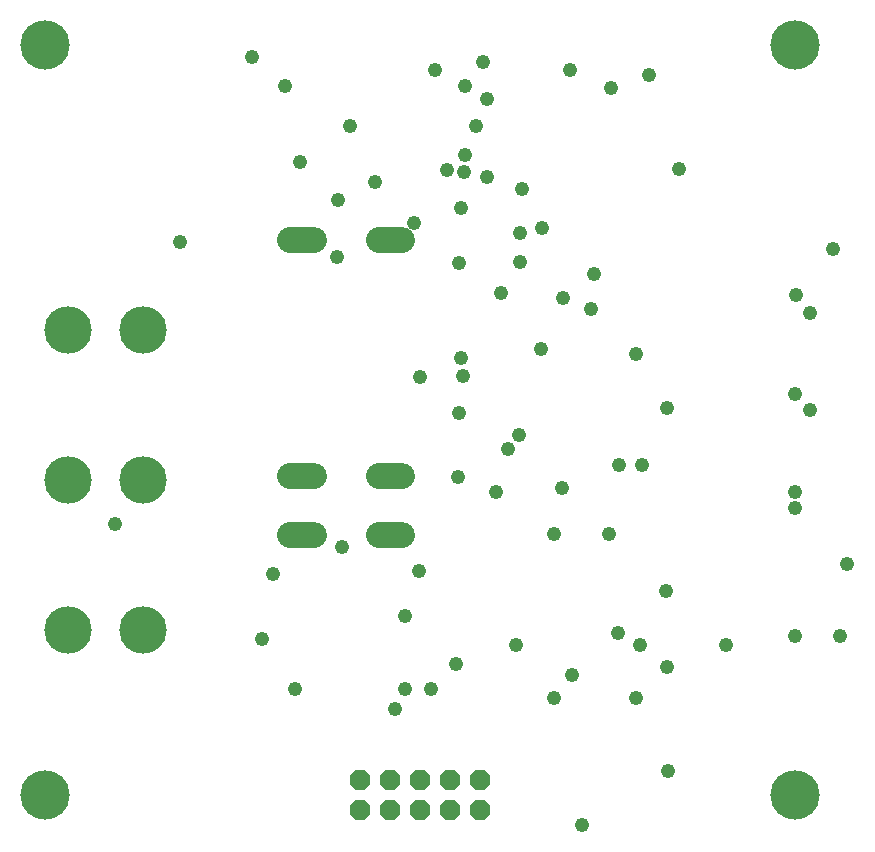
<source format=gbs>
G75*
G70*
%OFA0B0*%
%FSLAX24Y24*%
%IPPOS*%
%LPD*%
%AMOC8*
5,1,8,0,0,1.08239X$1,22.5*
%
%ADD10C,0.1642*%
%ADD11C,0.0860*%
%ADD12C,0.1580*%
%ADD13OC8,0.0680*%
%ADD14C,0.0480*%
D10*
X002680Y002680D03*
X002680Y027680D03*
X027680Y027680D03*
X027680Y002680D03*
D11*
X014570Y011340D02*
X013790Y011340D01*
X013790Y013310D02*
X014570Y013310D01*
X011620Y013310D02*
X010840Y013310D01*
X010840Y011340D02*
X011620Y011340D01*
X011620Y021180D02*
X010840Y021180D01*
X013790Y021180D02*
X014570Y021180D01*
D12*
X005930Y018180D03*
X003430Y018180D03*
X003430Y013180D03*
X005930Y013180D03*
X005930Y008180D03*
X003430Y008180D03*
D13*
X013180Y003180D03*
X013180Y002180D03*
X014180Y002180D03*
X014180Y003180D03*
X015180Y003180D03*
X015180Y002180D03*
X016180Y002180D03*
X016180Y003180D03*
X017180Y003180D03*
X017180Y002180D03*
D14*
X020560Y001700D03*
X023440Y003500D03*
X022370Y005930D03*
X023390Y006950D03*
X022510Y007700D03*
X021750Y008080D03*
X020230Y006690D03*
X019640Y005930D03*
X018380Y007700D03*
X016370Y007050D03*
X015530Y006210D03*
X014680Y006210D03*
X014330Y005550D03*
X014680Y008660D03*
X015140Y010140D03*
X012570Y010940D03*
X010270Y010060D03*
X009890Y007890D03*
X010990Y006210D03*
X005000Y011710D03*
X012400Y020610D03*
X012440Y022520D03*
X011160Y023800D03*
X012840Y025000D03*
X013670Y023110D03*
X014980Y021750D03*
X016540Y022240D03*
X017410Y023280D03*
X016640Y023460D03*
X016650Y024010D03*
X016050Y023510D03*
X017030Y025000D03*
X017410Y025900D03*
X016660Y026330D03*
X017270Y027120D03*
X015670Y026850D03*
X018570Y022900D03*
X019220Y021600D03*
X018490Y021410D03*
X018490Y020450D03*
X017870Y019410D03*
X016450Y020430D03*
X019200Y017540D03*
X020850Y018900D03*
X019940Y019260D03*
X020980Y020060D03*
X022350Y017400D03*
X023390Y015590D03*
X022570Y013680D03*
X021800Y013680D03*
X019910Y012930D03*
X019640Y011390D03*
X021450Y011390D03*
X023350Y009490D03*
X025380Y007700D03*
X027680Y008000D03*
X029180Y008000D03*
X029400Y010400D03*
X027680Y012240D03*
X027680Y012780D03*
X028180Y015520D03*
X027680Y016060D03*
X028180Y018750D03*
X027690Y019350D03*
X028940Y020900D03*
X023800Y023560D03*
X021520Y026240D03*
X020180Y026860D03*
X022800Y026700D03*
X016540Y017240D03*
X016590Y016650D03*
X016450Y015430D03*
X015170Y016620D03*
X018090Y014230D03*
X018470Y014680D03*
X017710Y012780D03*
X016420Y013280D03*
X007180Y021130D03*
X010660Y026330D03*
X009580Y027270D03*
M02*

</source>
